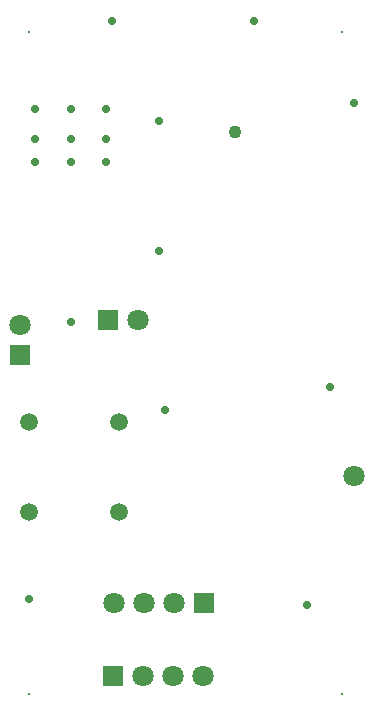
<source format=gbs>
G04*
G04 #@! TF.GenerationSoftware,Altium Limited,Altium Designer,21.6.4 (81)*
G04*
G04 Layer_Color=16711935*
%FSLAX44Y44*%
%MOMM*%
G71*
G04*
G04 #@! TF.SameCoordinates,CE7750B5-B6F3-47FA-9723-5704EF157F2E*
G04*
G04*
G04 #@! TF.FilePolarity,Negative*
G04*
G01*
G75*
%ADD36C,1.8032*%
%ADD37R,1.8032X1.8032*%
%ADD38C,0.2000*%
%ADD39C,1.5132*%
%ADD40R,1.8032X1.8032*%
%ADD41C,0.7016*%
%ADD42C,1.1016*%
D36*
X152450Y106500D02*
D03*
X127050D02*
D03*
X101650D02*
D03*
X177100Y45007D02*
D03*
X151700D02*
D03*
X126300D02*
D03*
X122200Y346558D02*
D03*
X21750Y342200D02*
D03*
X305049Y214250D02*
D03*
D37*
X177850Y106500D02*
D03*
X100900Y45007D02*
D03*
X96800Y346558D02*
D03*
D38*
X295000Y590000D02*
D03*
X30000D02*
D03*
X295000Y30000D02*
D03*
X30000D02*
D03*
D39*
X106200Y183800D02*
D03*
X30000Y260000D02*
D03*
Y183800D02*
D03*
X106200Y260000D02*
D03*
D40*
X21750Y316800D02*
D03*
D41*
X65000Y345000D02*
D03*
X95000Y500000D02*
D03*
Y525000D02*
D03*
Y480000D02*
D03*
X65000D02*
D03*
X35000D02*
D03*
X65000Y500000D02*
D03*
X35000D02*
D03*
X65000Y525000D02*
D03*
X35000D02*
D03*
X145000Y270000D02*
D03*
X140000Y405000D02*
D03*
Y515000D02*
D03*
X305000Y530000D02*
D03*
X285000Y290000D02*
D03*
X265000Y105000D02*
D03*
X30000Y110000D02*
D03*
X220000Y600000D02*
D03*
X100000D02*
D03*
D42*
X204500Y506000D02*
D03*
M02*

</source>
